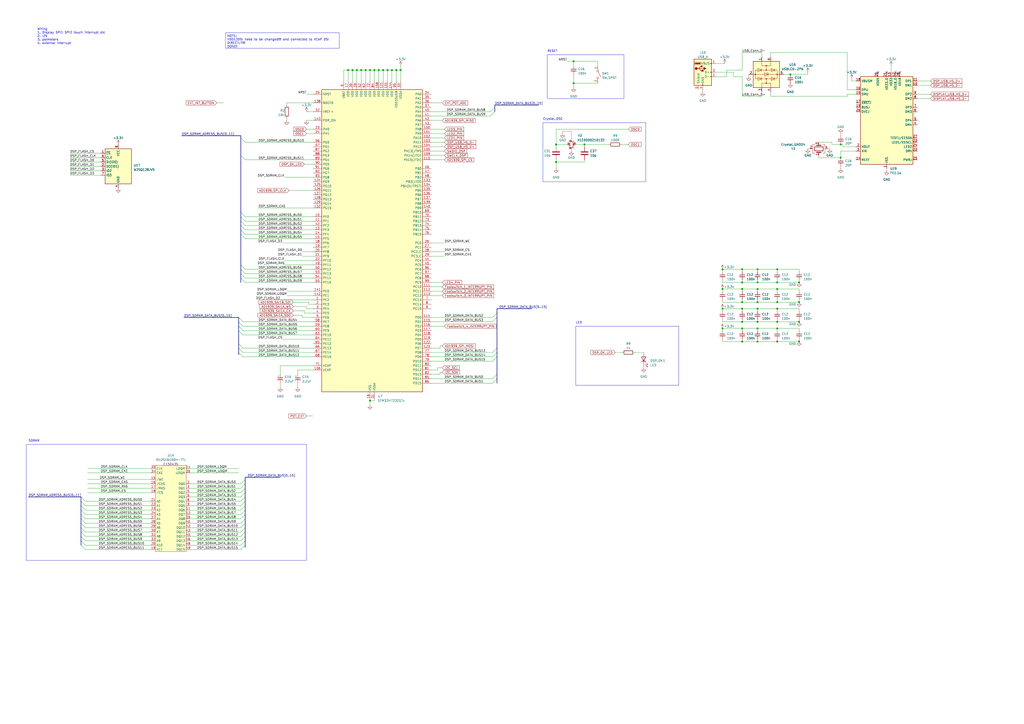
<source format=kicad_sch>
(kicad_sch (version 20230121) (generator eeschema)
  (paper "A2")
  (junction (at 322.58 93.98))
  (junction (at 450.85 156.21))
  (junction (at 463.55 163.83))
  (junction (at 430.53 198.12))
  (junction (at 463.55 186.69))
  (junction (at 209.55 40.64))
  (junction (at 450.85 186.69))
  (junction (at 450.85 179.07))
  (junction (at 439.42 198.12))
  (junction (at 487.68 83.82))
  (junction (at 419.1 190.5))
  (junction (at 430.53 163.83))
  (junction (at 439.42 167.64))
  (junction (at 430.53 186.69))
  (junction (at 439.42 186.69))
  (junction (at 214.63 40.64))
  (junction (at 219.71 40.64))
  (junction (at 217.17 40.64))
  (junction (at 207.01 40.64))
  (junction (at 450.85 198.12))
  (junction (at 450.85 175.26))
  (junction (at 463.55 175.26))
  (junction (at 222.25 40.64))
  (junction (at 214.63 232.41))
  (junction (at 229.87 40.64))
  (junction (at 430.53 175.26))
  (junction (at 439.42 156.21))
  (junction (at 450.85 163.83))
  (junction (at 450.85 190.5))
  (junction (at 212.09 40.64))
  (junction (at 439.42 190.5))
  (junction (at 204.47 40.64))
  (junction (at 430.53 190.5))
  (junction (at 458.47 43.18))
  (junction (at 419.1 179.07))
  (junction (at 439.42 179.07))
  (junction (at 430.53 167.64))
  (junction (at 439.42 175.26))
  (junction (at 439.42 163.83))
  (junction (at 450.85 167.64))
  (junction (at 232.41 40.64))
  (junction (at 201.93 40.64))
  (junction (at 430.53 179.07))
  (junction (at 322.58 83.82))
  (junction (at 339.09 83.82))
  (junction (at 463.55 198.12))
  (junction (at 224.79 40.64))
  (junction (at 332.74 35.56))
  (junction (at 332.74 48.26))
  (junction (at 487.68 91.44))
  (junction (at 419.1 156.21))
  (junction (at 419.1 167.64))
  (junction (at 227.33 40.64))
  (junction (at 430.53 156.21))
  (no_connect (at 509.27 41.91))
  (no_connect (at 519.43 41.91))
  (no_connect (at 521.97 41.91))
  (no_connect (at 514.35 41.91))
  (bus_entry (at 288.29 217.17) (size -2.54 2.54))
  (bus_entry (at 138.43 189.23) (size 2.54 2.54))
  (bus_entry (at 142.24 306.07) (size -2.54 2.54))
  (bus_entry (at 142.24 280.67) (size -2.54 2.54))
  (bus_entry (at 46.99 303.53) (size 2.54 2.54))
  (bus_entry (at 287.02 64.77) (size -2.54 2.54))
  (bus_entry (at 288.29 184.15) (size -2.54 2.54))
  (bus_entry (at 142.24 293.37) (size -2.54 2.54))
  (bus_entry (at 46.99 290.83) (size 2.54 2.54))
  (bus_entry (at 139.7 130.81) (size 2.54 2.54))
  (bus_entry (at 46.99 293.37) (size 2.54 2.54))
  (bus_entry (at 46.99 311.15) (size 2.54 2.54))
  (bus_entry (at 288.29 207.01) (size -2.54 2.54))
  (bus_entry (at 139.7 125.73) (size 2.54 2.54))
  (bus_entry (at 142.24 285.75) (size -2.54 2.54))
  (bus_entry (at 46.99 300.99) (size 2.54 2.54))
  (bus_entry (at 139.7 128.27) (size 2.54 2.54))
  (bus_entry (at 138.43 204.47) (size 2.54 2.54))
  (bus_entry (at 46.99 308.61) (size 2.54 2.54))
  (bus_entry (at 142.24 313.69) (size -2.54 2.54))
  (bus_entry (at 142.24 300.99) (size -2.54 2.54))
  (bus_entry (at 288.29 181.61) (size -2.54 2.54))
  (bus_entry (at 139.7 123.19) (size 2.54 2.54))
  (bus_entry (at 142.24 308.61) (size -2.54 2.54))
  (bus_entry (at 46.99 306.07) (size 2.54 2.54))
  (bus_entry (at 288.29 204.47) (size -2.54 2.54))
  (bus_entry (at 139.7 158.75) (size 2.54 2.54))
  (bus_entry (at 142.24 311.15) (size -2.54 2.54))
  (bus_entry (at 139.7 161.29) (size 2.54 2.54))
  (bus_entry (at 288.29 219.71) (size -2.54 2.54))
  (bus_entry (at 142.24 278.13) (size -2.54 2.54))
  (bus_entry (at 142.24 316.23) (size -2.54 2.54))
  (bus_entry (at 46.99 295.91) (size 2.54 2.54))
  (bus_entry (at 139.7 133.35) (size 2.54 2.54))
  (bus_entry (at 139.7 135.89) (size 2.54 2.54))
  (bus_entry (at 139.7 90.17) (size 2.54 2.54))
  (bus_entry (at 142.24 283.21) (size -2.54 2.54))
  (bus_entry (at 46.99 316.23) (size 2.54 2.54))
  (bus_entry (at 142.24 303.53) (size -2.54 2.54))
  (bus_entry (at 139.7 153.67) (size 2.54 2.54))
  (bus_entry (at 46.99 288.29) (size 2.54 2.54))
  (bus_entry (at 142.24 290.83) (size -2.54 2.54))
  (bus_entry (at 138.43 186.69) (size 2.54 2.54))
  (bus_entry (at 46.99 313.69) (size 2.54 2.54))
  (bus_entry (at 139.7 80.01) (size 2.54 2.54))
  (bus_entry (at 142.24 298.45) (size -2.54 2.54))
  (bus_entry (at 46.99 298.45) (size 2.54 2.54))
  (bus_entry (at 287.02 62.23) (size -2.54 2.54))
  (bus_entry (at 138.43 184.15) (size 2.54 2.54))
  (bus_entry (at 139.7 156.21) (size 2.54 2.54))
  (bus_entry (at 142.24 288.29) (size -2.54 2.54))
  (bus_entry (at 138.43 191.77) (size 2.54 2.54))
  (bus_entry (at 138.43 199.39) (size 2.54 2.54))
  (bus_entry (at 142.24 295.91) (size -2.54 2.54))
  (bus_entry (at 288.29 201.93) (size -2.54 2.54))
  (bus_entry (at 138.43 201.93) (size 2.54 2.54))
  (bus (pts (xy 142.24 298.45) (xy 142.24 295.91)))
  (wire (pts (xy 250.19 90.17) (xy 257.81 90.17)))
  (wire (pts (xy 177.8 177.8) (xy 177.8 179.07)))
  (wire (pts (xy 430.53 179.07) (xy 439.42 179.07)))
  (bus (pts (xy 139.7 130.81) (xy 139.7 133.35)))
  (wire (pts (xy 322.58 93.98) (xy 339.09 93.98)))
  (bus (pts (xy 142.24 278.13) (xy 142.24 276.86)))
  (wire (pts (xy 255.27 201.93) (xy 250.19 201.93)))
  (wire (pts (xy 177.8 54.61) (xy 181.61 54.61)))
  (bus (pts (xy 288.29 179.07) (xy 308.61 179.07)))
  (wire (pts (xy 175.26 184.15) (xy 181.61 184.15)))
  (wire (pts (xy 217.17 40.64) (xy 219.71 40.64)))
  (wire (pts (xy 222.25 40.64) (xy 222.25 46.99)))
  (wire (pts (xy 250.19 80.01) (xy 257.81 80.01)))
  (bus (pts (xy 288.29 219.71) (xy 288.29 222.25)))
  (bus (pts (xy 138.43 201.93) (xy 138.43 204.47)))
  (bus (pts (xy 46.99 293.37) (xy 46.99 295.91)))
  (wire (pts (xy 40.64 88.9) (xy 58.42 88.9)))
  (wire (pts (xy 179.07 175.26) (xy 179.07 176.53)))
  (bus (pts (xy 142.24 288.29) (xy 142.24 290.83)))
  (wire (pts (xy 430.53 44.45) (xy 430.53 55.88)))
  (wire (pts (xy 441.96 30.48) (xy 441.96 33.02)))
  (wire (pts (xy 250.19 77.47) (xy 257.81 77.47)))
  (wire (pts (xy 463.55 191.77) (xy 463.55 190.5)))
  (wire (pts (xy 110.49 290.83) (xy 139.7 290.83)))
  (wire (pts (xy 177.8 69.85) (xy 181.61 69.85)))
  (wire (pts (xy 177.8 179.07) (xy 181.61 179.07)))
  (wire (pts (xy 250.19 184.15) (xy 285.75 184.15)))
  (bus (pts (xy 142.24 285.75) (xy 142.24 283.21)))
  (bus (pts (xy 142.24 280.67) (xy 142.24 278.13)))
  (wire (pts (xy 165.1 151.13) (xy 181.61 151.13)))
  (bus (pts (xy 46.99 313.69) (xy 46.99 316.23)))
  (wire (pts (xy 142.24 156.21) (xy 181.61 156.21)))
  (wire (pts (xy 179.07 176.53) (xy 181.61 176.53)))
  (wire (pts (xy 166.37 68.58) (xy 166.37 69.85)))
  (bus (pts (xy 46.99 311.15) (xy 46.99 313.69)))
  (bus (pts (xy 138.43 186.69) (xy 138.43 189.23)))
  (bus (pts (xy 46.99 298.45) (xy 46.99 300.99)))
  (wire (pts (xy 219.71 40.64) (xy 219.71 46.99)))
  (wire (pts (xy 491.49 52.07) (xy 496.57 52.07)))
  (wire (pts (xy 450.85 185.42) (xy 450.85 186.69)))
  (wire (pts (xy 250.19 207.01) (xy 285.75 207.01)))
  (wire (pts (xy 450.85 191.77) (xy 450.85 190.5)))
  (bus (pts (xy 142.24 317.5) (xy 142.24 316.23)))
  (wire (pts (xy 199.39 40.64) (xy 201.93 40.64)))
  (wire (pts (xy 250.19 209.55) (xy 285.75 209.55)))
  (wire (pts (xy 142.24 135.89) (xy 181.61 135.89)))
  (wire (pts (xy 439.42 173.99) (xy 439.42 175.26)))
  (wire (pts (xy 463.55 179.07) (xy 450.85 179.07)))
  (bus (pts (xy 139.7 128.27) (xy 139.7 130.81)))
  (wire (pts (xy 430.53 185.42) (xy 430.53 186.69)))
  (wire (pts (xy 474.98 82.55) (xy 482.6 82.55)))
  (wire (pts (xy 487.68 87.63) (xy 496.57 87.63)))
  (bus (pts (xy 142.24 288.29) (xy 142.24 285.75)))
  (wire (pts (xy 450.85 163.83) (xy 463.55 163.83)))
  (wire (pts (xy 142.24 163.83) (xy 181.61 163.83)))
  (wire (pts (xy 175.26 182.88) (xy 175.26 184.15)))
  (bus (pts (xy 139.7 156.21) (xy 139.7 158.75)))
  (wire (pts (xy 539.75 46.99) (xy 532.13 46.99)))
  (bus (pts (xy 142.24 303.53) (xy 142.24 300.99)))
  (wire (pts (xy 166.37 59.69) (xy 181.61 59.69)))
  (wire (pts (xy 50.8 271.78) (xy 87.63 271.78)))
  (wire (pts (xy 458.47 43.18) (xy 454.66 43.18)))
  (bus (pts (xy 138.43 184.15) (xy 138.43 186.69)))
  (wire (pts (xy 322.58 74.93) (xy 322.58 83.82)))
  (wire (pts (xy 207.01 40.64) (xy 209.55 40.64)))
  (wire (pts (xy 430.53 156.21) (xy 439.42 156.21)))
  (bus (pts (xy 288.29 184.15) (xy 288.29 201.93)))
  (wire (pts (xy 40.64 93.98) (xy 58.42 93.98)))
  (bus (pts (xy 139.7 133.35) (xy 139.7 135.89)))
  (wire (pts (xy 439.42 163.83) (xy 450.85 163.83)))
  (wire (pts (xy 142.24 130.81) (xy 181.61 130.81)))
  (wire (pts (xy 487.68 77.47) (xy 487.68 78.74)))
  (wire (pts (xy 110.49 288.29) (xy 139.7 288.29)))
  (wire (pts (xy 49.53 316.23) (xy 87.63 316.23)))
  (wire (pts (xy 224.79 40.64) (xy 224.79 46.99)))
  (wire (pts (xy 250.19 204.47) (xy 285.75 204.47)))
  (wire (pts (xy 163.83 140.97) (xy 181.61 140.97)))
  (wire (pts (xy 447.04 55.88) (xy 447.04 53.34)))
  (wire (pts (xy 40.64 91.44) (xy 58.42 91.44)))
  (wire (pts (xy 165.1 153.67) (xy 181.61 153.67)))
  (bus (pts (xy 139.7 125.73) (xy 139.7 128.27)))
  (wire (pts (xy 463.55 157.48) (xy 463.55 156.21)))
  (wire (pts (xy 209.55 40.64) (xy 212.09 40.64)))
  (wire (pts (xy 49.53 313.69) (xy 87.63 313.69)))
  (wire (pts (xy 110.49 295.91) (xy 139.7 295.91)))
  (wire (pts (xy 229.87 40.64) (xy 232.41 40.64)))
  (wire (pts (xy 110.49 316.23) (xy 139.7 316.23)))
  (wire (pts (xy 326.39 76.2) (xy 331.47 76.2)))
  (wire (pts (xy 142.24 82.55) (xy 181.61 82.55)))
  (bus (pts (xy 142.24 303.53) (xy 142.24 306.07)))
  (wire (pts (xy 163.83 196.85) (xy 181.61 196.85)))
  (wire (pts (xy 419.1 168.91) (xy 419.1 167.64)))
  (wire (pts (xy 207.01 40.64) (xy 207.01 46.99)))
  (wire (pts (xy 488.95 85.09) (xy 488.95 83.82)))
  (wire (pts (xy 250.19 219.71) (xy 285.75 219.71)))
  (wire (pts (xy 463.55 185.42) (xy 463.55 186.69)))
  (wire (pts (xy 232.41 40.64) (xy 232.41 46.99)))
  (bus (pts (xy 139.7 78.74) (xy 105.41 78.74)))
  (wire (pts (xy 332.74 43.18) (xy 332.74 48.26)))
  (wire (pts (xy 176.53 95.25) (xy 181.61 95.25)))
  (wire (pts (xy 326.39 77.47) (xy 326.39 76.2)))
  (wire (pts (xy 430.53 175.26) (xy 439.42 175.26)))
  (bus (pts (xy 16.51 288.29) (xy 46.99 288.29)))
  (wire (pts (xy 49.53 298.45) (xy 87.63 298.45)))
  (wire (pts (xy 450.85 157.48) (xy 450.85 156.21)))
  (wire (pts (xy 373.38 212.09) (xy 373.38 213.36)))
  (wire (pts (xy 172.72 214.63) (xy 181.61 214.63)))
  (wire (pts (xy 439.42 168.91) (xy 439.42 167.64)))
  (wire (pts (xy 110.49 306.07) (xy 139.7 306.07)))
  (bus (pts (xy 139.7 123.19) (xy 139.7 125.73)))
  (wire (pts (xy 447.04 30.48) (xy 491.49 30.48)))
  (wire (pts (xy 50.8 283.21) (xy 87.63 283.21)))
  (wire (pts (xy 140.97 201.93) (xy 181.61 201.93)))
  (wire (pts (xy 430.53 198.12) (xy 439.42 198.12)))
  (wire (pts (xy 49.53 306.07) (xy 87.63 306.07)))
  (wire (pts (xy 110.49 285.75) (xy 139.7 285.75)))
  (wire (pts (xy 50.8 280.67) (xy 87.63 280.67)))
  (bus (pts (xy 46.99 306.07) (xy 46.99 308.61)))
  (wire (pts (xy 209.55 40.64) (xy 209.55 46.99)))
  (wire (pts (xy 162.56 217.17) (xy 162.56 212.09)))
  (wire (pts (xy 110.49 303.53) (xy 139.7 303.53)))
  (wire (pts (xy 256.54 213.36) (xy 254 213.36)))
  (bus (pts (xy 142.24 293.37) (xy 142.24 290.83)))
  (bus (pts (xy 287.02 60.96) (xy 312.42 60.96)))
  (bus (pts (xy 288.29 181.61) (xy 288.29 184.15)))
  (wire (pts (xy 430.53 30.48) (xy 441.96 30.48)))
  (wire (pts (xy 430.53 167.64) (xy 419.1 167.64)))
  (wire (pts (xy 439.42 198.12) (xy 450.85 198.12)))
  (wire (pts (xy 463.55 190.5) (xy 450.85 190.5)))
  (wire (pts (xy 441.96 55.88) (xy 441.96 53.34)))
  (wire (pts (xy 140.97 189.23) (xy 181.61 189.23)))
  (wire (pts (xy 204.47 40.64) (xy 207.01 40.64)))
  (wire (pts (xy 170.18 182.88) (xy 175.26 182.88)))
  (wire (pts (xy 257.81 146.05) (xy 250.19 146.05)))
  (wire (pts (xy 430.53 186.69) (xy 439.42 186.69)))
  (wire (pts (xy 332.74 35.56) (xy 332.74 38.1)))
  (wire (pts (xy 421.64 40.64) (xy 430.53 40.64)))
  (wire (pts (xy 162.56 222.25) (xy 162.56 224.79)))
  (wire (pts (xy 176.53 181.61) (xy 181.61 181.61)))
  (wire (pts (xy 250.19 85.09) (xy 257.81 85.09)))
  (wire (pts (xy 516.89 38.1) (xy 516.89 41.91)))
  (wire (pts (xy 430.53 179.07) (xy 419.1 179.07)))
  (wire (pts (xy 149.86 120.65) (xy 181.61 120.65)))
  (wire (pts (xy 430.53 190.5) (xy 419.1 190.5)))
  (wire (pts (xy 419.1 162.56) (xy 419.1 163.83)))
  (wire (pts (xy 177.8 64.77) (xy 181.61 64.77)))
  (wire (pts (xy 250.19 74.93) (xy 257.81 74.93)))
  (wire (pts (xy 110.49 283.21) (xy 139.7 283.21)))
  (wire (pts (xy 532.13 57.15) (xy 539.75 57.15)))
  (wire (pts (xy 177.8 74.93) (xy 181.61 74.93)))
  (bus (pts (xy 142.24 295.91) (xy 142.24 293.37)))
  (wire (pts (xy 439.42 162.56) (xy 439.42 163.83)))
  (wire (pts (xy 110.49 298.45) (xy 139.7 298.45)))
  (wire (pts (xy 250.19 186.69) (xy 285.75 186.69)))
  (wire (pts (xy 256.54 69.85) (xy 250.19 69.85)))
  (bus (pts (xy 142.24 313.69) (xy 142.24 311.15)))
  (wire (pts (xy 430.53 167.64) (xy 439.42 167.64)))
  (bus (pts (xy 139.7 90.17) (xy 139.7 123.19)))
  (wire (pts (xy 250.19 64.77) (xy 284.48 64.77)))
  (wire (pts (xy 463.55 180.34) (xy 463.55 179.07)))
  (wire (pts (xy 142.24 133.35) (xy 181.61 133.35)))
  (bus (pts (xy 139.7 80.01) (xy 139.7 90.17)))
  (bus (pts (xy 46.99 303.53) (xy 46.99 306.07)))
  (wire (pts (xy 250.19 168.91) (xy 256.54 168.91)))
  (wire (pts (xy 142.24 161.29) (xy 181.61 161.29)))
  (wire (pts (xy 177.8 241.3) (xy 181.61 241.3)))
  (wire (pts (xy 360.68 83.82) (xy 364.49 83.82)))
  (wire (pts (xy 212.09 40.64) (xy 212.09 46.99)))
  (wire (pts (xy 166.37 171.45) (xy 181.61 171.45)))
  (wire (pts (xy 425.45 41.91) (xy 425.45 44.45)))
  (wire (pts (xy 250.19 163.83) (xy 256.54 163.83)))
  (wire (pts (xy 430.53 162.56) (xy 430.53 163.83)))
  (wire (pts (xy 430.53 191.77) (xy 430.53 190.5)))
  (wire (pts (xy 49.53 290.83) (xy 87.63 290.83)))
  (wire (pts (xy 439.42 186.69) (xy 450.85 186.69)))
  (wire (pts (xy 204.47 40.64) (xy 204.47 46.99)))
  (wire (pts (xy 332.74 35.56) (xy 346.71 35.56)))
  (wire (pts (xy 430.53 196.85) (xy 430.53 198.12)))
  (wire (pts (xy 514.35 99.06) (xy 514.35 97.79)))
  (wire (pts (xy 175.26 146.05) (xy 181.61 146.05)))
  (wire (pts (xy 439.42 180.34) (xy 439.42 179.07)))
  (wire (pts (xy 439.42 175.26) (xy 450.85 175.26)))
  (wire (pts (xy 49.53 308.61) (xy 87.63 308.61)))
  (wire (pts (xy 175.26 148.59) (xy 181.61 148.59)))
  (wire (pts (xy 170.18 175.26) (xy 179.07 175.26)))
  (bus (pts (xy 142.24 308.61) (xy 142.24 306.07)))
  (wire (pts (xy 496.57 85.09) (xy 488.95 85.09)))
  (wire (pts (xy 482.6 83.82) (xy 487.68 83.82)))
  (wire (pts (xy 254 214.63) (xy 250.19 214.63)))
  (wire (pts (xy 415.29 44.45) (xy 421.64 44.45)))
  (wire (pts (xy 250.19 222.25) (xy 285.75 222.25)))
  (wire (pts (xy 487.68 83.82) (xy 488.95 83.82)))
  (wire (pts (xy 142.24 92.71) (xy 181.61 92.71)))
  (wire (pts (xy 491.49 55.88) (xy 491.49 54.61)))
  (wire (pts (xy 419.1 180.34) (xy 419.1 179.07)))
  (wire (pts (xy 450.85 167.64) (xy 439.42 167.64)))
  (wire (pts (xy 49.53 303.53) (xy 87.63 303.53)))
  (wire (pts (xy 166.37 60.96) (xy 166.37 59.69)))
  (wire (pts (xy 250.19 82.55) (xy 257.81 82.55)))
  (wire (pts (xy 322.58 74.93) (xy 364.49 74.93)))
  (bus (pts (xy 142.24 283.21) (xy 142.24 280.67)))
  (wire (pts (xy 419.1 198.12) (xy 430.53 198.12)))
  (wire (pts (xy 450.85 190.5) (xy 439.42 190.5)))
  (wire (pts (xy 232.41 38.1) (xy 232.41 40.64)))
  (bus (pts (xy 138.43 184.15) (xy 106.68 184.15)))
  (wire (pts (xy 172.72 222.25) (xy 172.72 224.79)))
  (wire (pts (xy 328.93 35.56) (xy 332.74 35.56)))
  (wire (pts (xy 162.56 212.09) (xy 181.61 212.09)))
  (bus (pts (xy 138.43 204.47) (xy 138.43 205.74)))
  (bus (pts (xy 139.7 80.01) (xy 139.7 78.74)))
  (wire (pts (xy 322.58 83.82) (xy 328.93 83.82)))
  (bus (pts (xy 142.24 300.99) (xy 142.24 298.45)))
  (wire (pts (xy 140.97 204.47) (xy 181.61 204.47)))
  (wire (pts (xy 250.19 189.23) (xy 257.81 189.23)))
  (wire (pts (xy 110.49 274.32) (xy 138.43 274.32)))
  (wire (pts (xy 439.42 196.85) (xy 439.42 198.12)))
  (wire (pts (xy 430.53 30.48) (xy 430.53 40.64)))
  (wire (pts (xy 463.55 168.91) (xy 463.55 167.64)))
  (bus (pts (xy 139.7 161.29) (xy 139.7 163.83)))
  (wire (pts (xy 140.97 207.01) (xy 181.61 207.01)))
  (wire (pts (xy 177.8 77.47) (xy 181.61 77.47)))
  (wire (pts (xy 172.72 214.63) (xy 172.72 217.17)))
  (wire (pts (xy 450.85 179.07) (xy 439.42 179.07)))
  (wire (pts (xy 50.8 274.32) (xy 87.63 274.32)))
  (bus (pts (xy 139.7 153.67) (xy 139.7 156.21)))
  (wire (pts (xy 447.04 30.48) (xy 447.04 33.02)))
  (bus (pts (xy 142.24 311.15) (xy 142.24 308.61)))
  (wire (pts (xy 439.42 185.42) (xy 439.42 186.69)))
  (wire (pts (xy 40.64 101.6) (xy 58.42 101.6)))
  (wire (pts (xy 491.49 30.48) (xy 491.49 52.07)))
  (wire (pts (xy 176.53 180.34) (xy 176.53 181.61)))
  (wire (pts (xy 463.55 156.21) (xy 450.85 156.21)))
  (bus (pts (xy 46.99 295.91) (xy 46.99 298.45)))
  (wire (pts (xy 491.49 54.61) (xy 496.57 54.61)))
  (wire (pts (xy 166.37 168.91) (xy 181.61 168.91)))
  (wire (pts (xy 339.09 92.71) (xy 339.09 93.98)))
  (bus (pts (xy 288.29 201.93) (xy 288.29 204.47)))
  (wire (pts (xy 419.1 191.77) (xy 419.1 190.5)))
  (wire (pts (xy 214.63 232.41) (xy 217.17 232.41)))
  (bus (pts (xy 46.99 300.99) (xy 46.99 303.53)))
  (bus (pts (xy 288.29 207.01) (xy 288.29 217.17)))
  (wire (pts (xy 419.1 175.26) (xy 430.53 175.26)))
  (wire (pts (xy 450.85 196.85) (xy 450.85 198.12)))
  (wire (pts (xy 49.53 295.91) (xy 87.63 295.91)))
  (wire (pts (xy 539.75 49.53) (xy 532.13 49.53)))
  (wire (pts (xy 40.64 96.52) (xy 58.42 96.52)))
  (wire (pts (xy 494.03 45.72) (xy 494.03 46.99)))
  (wire (pts (xy 229.87 46.99) (xy 229.87 40.64)))
  (wire (pts (xy 110.49 271.78) (xy 138.43 271.78)))
  (wire (pts (xy 463.55 173.99) (xy 463.55 175.26)))
  (wire (pts (xy 419.1 196.85) (xy 419.1 198.12)))
  (wire (pts (xy 419.1 157.48) (xy 419.1 156.21)))
  (wire (pts (xy 419.1 173.99) (xy 419.1 175.26)))
  (wire (pts (xy 201.93 40.64) (xy 201.93 46.99)))
  (bus (pts (xy 139.7 158.75) (xy 139.7 161.29)))
  (bus (pts (xy 288.29 217.17) (xy 288.29 219.71)))
  (wire (pts (xy 450.85 180.34) (xy 450.85 179.07)))
  (wire (pts (xy 170.18 177.8) (xy 177.8 177.8)))
  (bus (pts (xy 142.24 276.86) (xy 162.56 276.86)))
  (wire (pts (xy 487.68 87.63) (xy 487.68 91.44)))
  (bus (pts (xy 287.02 62.23) (xy 287.02 60.96)))
  (wire (pts (xy 125.73 59.69) (xy 129.54 59.69)))
  (wire (pts (xy 110.49 311.15) (xy 139.7 311.15)))
  (wire (pts (xy 450.85 173.99) (xy 450.85 175.26)))
  (wire (pts (xy 430.53 180.34) (xy 430.53 179.07)))
  (wire (pts (xy 450.85 186.69) (xy 463.55 186.69)))
  (wire (pts (xy 339.09 85.09) (xy 339.09 83.82)))
  (wire (pts (xy 331.47 76.2) (xy 331.47 81.28)))
  (wire (pts (xy 110.49 318.77) (xy 139.7 318.77)))
  (wire (pts (xy 256.54 215.9) (xy 255.27 215.9)))
  (wire (pts (xy 214.63 234.95) (xy 214.63 232.41)))
  (wire (pts (xy 434.34 44.45) (xy 434.34 43.18)))
  (wire (pts (xy 250.19 166.37) (xy 256.54 166.37)))
  (wire (pts (xy 110.49 300.99) (xy 139.7 300.99)))
  (wire (pts (xy 219.71 40.64) (xy 222.25 40.64)))
  (wire (pts (xy 140.97 194.31) (xy 181.61 194.31)))
  (wire (pts (xy 250.19 87.63) (xy 257.81 87.63)))
  (wire (pts (xy 419.1 185.42) (xy 419.1 186.69)))
  (wire (pts (xy 110.49 280.67) (xy 139.7 280.67)))
  (wire (pts (xy 468.63 41.91) (xy 468.63 43.18)))
  (wire (pts (xy 110.49 308.61) (xy 139.7 308.61)))
  (wire (pts (xy 450.85 162.56) (xy 450.85 163.83)))
  (wire (pts (xy 110.49 293.37) (xy 139.7 293.37)))
  (wire (pts (xy 421.64 44.45) (xy 421.64 40.64)))
  (wire (pts (xy 254 213.36) (xy 254 214.63)))
  (bus (pts (xy 46.99 308.61) (xy 46.99 311.15)))
  (wire (pts (xy 468.63 86.36) (xy 469.9 86.36)))
  (bus (pts (xy 139.7 135.89) (xy 139.7 153.67)))
  (wire (pts (xy 214.63 40.64) (xy 217.17 40.64)))
  (wire (pts (xy 110.49 313.69) (xy 139.7 313.69)))
  (wire (pts (xy 255.27 215.9) (xy 255.27 217.17)))
  (wire (pts (xy 217.17 40.64) (xy 217.17 46.99)))
  (bus (pts (xy 142.24 316.23) (xy 142.24 313.69)))
  (wire (pts (xy 334.01 83.82) (xy 339.09 83.82)))
  (wire (pts (xy 494.03 46.99) (xy 496.57 46.99)))
  (wire (pts (xy 474.98 91.44) (xy 487.68 91.44)))
  (wire (pts (xy 463.55 196.85) (xy 463.55 198.12)))
  (wire (pts (xy 450.85 175.26) (xy 463.55 175.26)))
  (wire (pts (xy 162.56 173.99) (xy 181.61 173.99)))
  (wire (pts (xy 532.13 54.61) (xy 539.75 54.61)))
  (wire (pts (xy 407.67 53.34) (xy 407.67 52.07)))
  (wire (pts (xy 331.47 86.36) (xy 331.47 87.63)))
  (wire (pts (xy 142.24 138.43) (xy 181.61 138.43)))
  (wire (pts (xy 430.53 157.48) (xy 430.53 156.21)))
  (wire (pts (xy 322.58 83.82) (xy 322.58 85.09)))
  (wire (pts (xy 49.53 318.77) (xy 87.63 318.77)))
  (wire (pts (xy 50.8 278.13) (xy 87.63 278.13)))
  (bus (pts (xy 138.43 189.23) (xy 138.43 191.77)))
  (bus (pts (xy 138.43 191.77) (xy 138.43 199.39)))
  (wire (pts (xy 332.74 48.26) (xy 332.74 50.8)))
  (wire (pts (xy 430.53 168.91) (xy 430.53 167.64)))
  (wire (pts (xy 322.58 92.71) (xy 322.58 93.98)))
  (wire (pts (xy 356.87 204.47) (xy 360.68 204.47)))
  (bus (pts (xy 288.29 204.47) (xy 288.29 207.01)))
  (wire (pts (xy 167.64 110.49) (xy 181.61 110.49)))
  (wire (pts (xy 165.1 102.87) (xy 181.61 102.87)))
  (wire (pts (xy 425.45 44.45) (xy 430.53 44.45)))
  (bus (pts (xy 46.99 288.29) (xy 46.99 290.83)))
  (wire (pts (xy 142.24 128.27) (xy 181.61 128.27)))
  (wire (pts (xy 419.1 186.69) (xy 430.53 186.69)))
  (bus (pts (xy 138.43 199.39) (xy 138.43 201.93)))
  (wire (pts (xy 199.39 40.64) (xy 199.39 46.99)))
  (wire (pts (xy 255.27 200.66) (xy 255.27 201.93)))
  (wire (pts (xy 463.55 167.64) (xy 450.85 167.64)))
  (wire (pts (xy 419.1 163.83) (xy 430.53 163.83)))
  (bus (pts (xy 288.29 179.07) (xy 288.29 181.61)))
  (wire (pts (xy 339.09 83.82) (xy 353.06 83.82)))
  (wire (pts (xy 212.09 40.64) (xy 214.63 40.64)))
  (wire (pts (xy 346.71 38.1) (xy 346.71 35.56)))
  (wire (pts (xy 439.42 191.77) (xy 439.42 190.5)))
  (wire (pts (xy 468.63 43.18) (xy 458.47 43.18)))
  (wire (pts (xy 430.53 156.21) (xy 419.1 156.21)))
  (wire (pts (xy 450.85 168.91) (xy 450.85 167.64)))
  (wire (pts (xy 447.04 55.88) (xy 491.49 55.88)))
  (wire (pts (xy 430.53 163.83) (xy 439.42 163.83)))
  (wire (pts (xy 49.53 293.37) (xy 87.63 293.37)))
  (wire (pts (xy 222.25 40.64) (xy 224.79 40.64)))
  (wire (pts (xy 481.33 86.36) (xy 480.06 86.36)))
  (wire (pts (xy 257.81 140.97) (xy 250.19 140.97)))
  (wire (pts (xy 40.64 99.06) (xy 58.42 99.06)))
  (wire (pts (xy 140.97 186.69) (xy 181.61 186.69)))
  (wire (pts (xy 415.29 41.91) (xy 425.45 41.91)))
  (wire (pts (xy 250.19 67.31) (xy 284.48 67.31)))
  (wire (pts (xy 474.98 90.17) (xy 474.98 91.44)))
  (wire (pts (xy 430.53 55.88) (xy 441.96 55.88)))
  (wire (pts (xy 250.19 171.45) (xy 256.54 171.45)))
  (wire (pts (xy 430.53 190.5) (xy 439.42 190.5)))
  (wire (pts (xy 201.93 40.64) (xy 204.47 40.64)))
  (wire (pts (xy 227.33 40.64) (xy 229.87 40.64)))
  (wire (pts (xy 322.58 93.98) (xy 322.58 97.79)))
  (bus (pts (xy 287.02 64.77) (xy 287.02 62.23)))
  (wire (pts (xy 170.18 180.34) (xy 176.53 180.34)))
  (bus (pts (xy 46.99 290.83) (xy 46.99 293.37)))
  (wire (pts (xy 439.42 157.48) (xy 439.42 156.21)))
  (wire (pts (xy 450.85 198.12) (xy 463.55 198.12)))
  (wire (pts (xy 224.79 40.64) (xy 227.33 40.64)))
  (wire (pts (xy 450.85 156.21) (xy 439.42 156.21)))
  (wire (pts (xy 227.33 40.64) (xy 227.33 46.99)))
  (wire (pts (xy 142.24 125.73) (xy 181.61 125.73)))
  (wire (pts (xy 332.74 48.26) (xy 346.71 48.26)))
  (wire (pts (xy 49.53 311.15) (xy 87.63 311.15)))
  (wire (pts (xy 368.3 204.47) (xy 373.38 204.47)))
  (wire (pts (xy 463.55 162.56) (xy 463.55 163.83)))
  (wire (pts (xy 255.27 217.17) (xy 250.19 217.17)))
  (wire (pts (xy 257.81 148.59) (xy 250.19 148.59)))
  (wire (pts (xy 49.53 300.99) (xy 87.63 300.99)))
  (wire (pts (xy 256.54 200.66) (xy 255.27 200.66)))
  (wire (pts (xy 487.68 97.79) (xy 487.68 96.52)))
  (wire (pts (xy 482.6 82.55) (xy 482.6 83.82)))
  (wire (pts (xy 140.97 191.77) (xy 181.61 191.77)))
  (wire (pts (xy 50.8 285.75) (xy 87.63 285.75)))
  (wire (pts (xy 214.63 40.64) (xy 214.63 46.99)))
  (wire (pts (xy 430.53 173.99) (xy 430.53 175.26)))
  (wire (pts (xy 420.37 36.83) (xy 415.29 36.83)))
  (wire (pts (xy 257.81 92.71) (xy 250.19 92.71)))
  (wire (pts (xy 142.24 158.75) (xy 181.61 158.75)))
  (wire (pts (xy 256.54 59.69) (xy 250.19 59.69)))
  (rectangle (start 317.5 31.75) (end 361.95 57.15))
  (rectangle (start 15.24 257.81) (end 177.8 325.12))
  (rectangle (start 334.01 189.23) (end 393.7 223.52))
  (rectangle (start 314.96 71.12) (end 374.65 105.41))
  (text_box "NOTE:\nVDD12DSI need to be changed!!! and connected to VCAP DSI DIRECTLY!!!\nDONE!\n" (at 130.81 19.05 0) (size 66.04 8.89) (effects (font (size 1.27 1.27)) (justify left top)))
  (text "RESET\n" (at 317.5 30.48 0) (effects (font (size 1.27 1.27)) (justify left bottom)))
  (text "SDRAM" (at 16.51 256.54 0) (effects (font (size 1.27 1.27)) (justify left bottom)))
  (text "Crystal_OSC" (at 314.96 69.85 0) (effects (font (size 1.27 1.27)) (justify left bottom)))
  (text "Wiring\n1. Display SPI1 SPI2 touch interrupt etc\n2. I2S\n3. potmeters\n4. external interrupt\n\n" (at 21.59 27.94 0) (effects (font (size 1.27 1.27)) (justify left bottom)))
  (text "LED" (at 334.01 187.96 0) (effects (font (size 1.27 1.27)) (justify left bottom)))
  (label "DSP_SDRAM_ADRESS_BUS1" (at 149.86 128.27 0))
  (label "DSP_SDRAM_DATA_BUS14" (at 257.81 207.01 0))
  (label "DSP_SDRAM_DATA_BUS15" (at 114.3 318.77 0))
  (label "DSP_SDRAM_ADRESS_BUS11" (at 149.86 92.71 0))
  (label "DSP_SDRAM_ADRESS_BUS10" (at 149.86 82.55 0))
  (label "DSP_SDRAM_DATA_BUS6" (at 149.86 191.77 0))
  (label "DSP_SDRAM_ADRESS_BUS10" (at 57.15 316.23 0))
  (label "DSP_FLASH_D2" (at 40.64 99.06 0))
  (label "DSP_SDRAM_ADRESS_BUS3" (at 149.86 133.35 0))
  (label "NRST" (at 177.8 54.61 180))
  (label "DSP_SDRAM_CKE" (at 58.42 274.32 0))
  (label "DSP_FLASH_D2" (at 162.56 173.99 180))
  (label "DSP_SDRAM_DATA_BUS13" (at 257.81 204.47 0))
  (label "USB_Conn_D+" (at 430.53 55.88 0))
  (label "DSP_SDRAM_ADRESS_BUS4" (at 149.86 135.89 0))
  (label "DSP_SDRAM_DATA_BUS13" (at 114.3 313.69 0))
  (label "DSP_SDRAM_DATA_BUS9" (at 259.08 67.31 0))
  (label "DSP_SDRAM_DATA_BUS4" (at 149.86 186.69 0))
  (label "DSP_SDRAM_DATA_BUS14" (at 114.3 316.23 0))
  (label "DSP_SDRAM_CKE" (at 257.81 148.59 0))
  (label "DSP_SDRAM_LDQM" (at 166.37 168.91 180))
  (label "DSP_SDRAM_ADRESS_BUS6" (at 57.15 306.07 0))
  (label "DSP_SDRAM_ADRESS_BUS2" (at 57.15 295.91 0))
  (label "DSP_SDRAM_ADRESS_BUS8" (at 149.86 161.29 0))
  (label "DSP_SDRAM_DATA_BUS1" (at 114.3 283.21 0))
  (label "DSP_SDRAM_DATA_BUS3" (at 257.81 186.69 0))
  (label "DSP_SDRAM_DATA_BUS9" (at 114.3 303.53 0))
  (label "DSP_FLASH_D3" (at 163.83 140.97 180))
  (label "DSP_SDRAM_DATA_BUS4" (at 114.3 290.83 0))
  (label "DSP_SDRAM_WE" (at 57.8098 278.13 0))
  (label "DSP_SDRAM_ADRESS_BUS7" (at 57.15 308.61 0))
  (label "DSP_SDRAM_DATA_BUS5" (at 114.3 293.37 0))
  (label "DSP_SDRAM_ADRESS_BUS11" (at 57.15 318.77 0))
  (label "DSP_SDRAM_ADRESS_BUS4" (at 57.15 300.99 0))
  (label "DSP_SDRAM_CLK" (at 58.42 271.78 0))
  (label "DSP_SDRAM_ADRESS_BUS9" (at 57.15 313.69 0))
  (label "DSP_SDRAM_DATA_BUS2" (at 114.3 285.75 0))
  (label "DSP_SDRAM_DATA_BUS7" (at 114.3 298.45 0))
  (label "DSP_SDRAM_WE" (at 257.81 140.97 0))
  (label "DSP_SDRAM_LDQM" (at 114.3 271.78 0))
  (label "DSP_SDRAM_ADRESS_BUS9" (at 149.86 163.83 0))
  (label "DSP_SDRAM_DATA_BUS[0..15]" (at 106.68 184.15 0))
  (label "DSP_FLASH_CS" (at 163.83 196.85 180))
  (label "DSP_SDRAM_CAS" (at 58.42 280.67 0))
  (label "DSP_SDRAM_CS" (at 257.81 146.05 0))
  (label "DSP_SDRAM_DATA_BUS1" (at 257.81 222.25 0))
  (label "DSP_SDRAM_DATA_BUS6" (at 114.3 295.91 0))
  (label "DSP_FLASH_CLK" (at 165.1 151.13 180))
  (label "DSP_SDRAM_DATA_BUS3" (at 114.3 288.29 0))
  (label "DSP_SDRAM_CS" (at 58.42 285.75 0))
  (label "DSP_SDRAM_CAS" (at 149.86 120.65 0))
  (label "DSP_FLASH_D0" (at 175.26 146.05 180))
  (label "DSP_SDRAM_DATA_BUS15" (at 257.81 209.55 0))
  (label "DSP_SDRAM_UDQM" (at 166.37 171.45 180))
  (label "DSP_SDRAM_ADRESS_BUS[0..11]" (at 105.41 78.74 0))
  (label "DSP_SDRAM_DATA_BUS7" (at 149.86 194.31 0))
  (label "DSP_SDRAM_ADRESS_BUS7" (at 149.86 158.75 0))
  (label "DSP_SDRAM_DATA_BUS8" (at 259.08 64.77 0))
  (label "DSP_FLASH_CS" (at 40.64 88.9 0))
  (label "DSP_FLASH_D1" (at 40.64 96.52 0))
  (label "DSP_SDRAM_ADRESS_BUS3" (at 57.15 298.45 0))
  (label "DSP_SDRAM_RAS" (at 165.1 153.67 180))
  (label "USB_Conn_D-" (at 430.53 30.48 0))
  (label "DSP_SDRAM_ADRESS_BUS0" (at 57.15 290.83 0))
  (label "DSP_SDRAM_DATA_BUS10" (at 114.3 306.07 0))
  (label "NRST" (at 328.93 35.56 180))
  (label "DSP_SDRAM_ADRESS_BUS0" (at 149.86 125.73 0))
  (label "DSP_SDRAM_DATA_BUS2" (at 257.81 184.15 0))
  (label "DSP_SDRAM_DATA_BUS8" (at 114.3 300.99 0))
  (label "DSP_SDRAM_ADRESS_BUS6" (at 149.86 156.21 0))
  (label "DSP_SDRAM_ADRESS_BUS[0..11]" (at 16.51 288.29 0))
  (label "DSP_SDRAM_DATA_BUS12" (at 149.86 207.01 0))
  (label "DSP_FLASH_D0" (at 40.64 93.98 0))
  (label "DSP_SDRAM_DATA_BUS0" (at 257.81 219.71 0))
  (label "DSP_SDRAM_ADRESS_BUS5" (at 149.86 138.43 0))
  (label "DSP_SDRAM_RAS" (at 58.42 283.21 0))
  (label "DSP_SDRAM_DATA_BUS10" (at 149.86 201.93 0))
  (label "DSP_SDRAM_DATA_BUS[0..15]" (at 287.02 60.96 0))
  (label "DSP_SDRAM_ADRESS_BUS1" (at 57.15 293.37 0))
  (label "DSP_FLASH_CLK" (at 40.64 91.44 0))
  (label "DSP_SDRAM_DATA_BUS0" (at 114.3 280.67 0))
  (label "DSP_SDRAM_DATA_BUS[0..15]" (at 289.56 179.07 0))
  (label "DSP_SDRAM_ADRESS_BUS2" (at 149.86 130.81 0))
  (label "DSP_SDRAM_CLK" (at 165.1 102.87 180))
  (label "DSP_SDRAM_DATA_BUS11" (at 114.3 308.61 0))
  (label "DSP_FLASH_D3" (at 40.6574 101.6 0))
  (label "DSP_SDRAM_DATA_BUS12" (at 114.3 311.15 0))
  (label "DSP_FLASH_D1" (at 175.26 148.59 180))
  (label "DSP_SDRAM_ADRESS_BUS8" (at 57.15 311.15 0))
  (label "DSP_SDRAM_DATA_BUS5" (at 149.86 189.23 0))
  (label "DSP_SDRAM_ADRESS_BUS5" (at 57.15 303.53 0))
  (label "DSP_SDRAM_UDQM" (at 114.3 274.32 0))
  (label "DSP_SDRAM_DATA_BUS[0..15]" (at 143.51 276.86 0))
  (label "DSP_SDRAM_DATA_BUS11" (at 149.86 204.47 0))
  (global_label "LED4_PIN" (shape input) (at 256.54 163.83 0) (property "Intersheetrefs" "${INTERSHEET_REFS}" (effects hide)))
  (global_label "Footswitch_1_INTERRUPT_PIN" (shape input) (at 256.54 166.37 0) (property "Intersheetrefs" "${INTERSHEET_REFS}" (effects hide)))
  (global_label "OSC0" (shape input) (at 364.49 74.93 0) (property "Intersheetrefs" "${INTERSHEET_REFS}" (effects hide)))
  (global_label "AD1939_SAI1A_WS" (shape input) (at 170.18 177.8 180) (property "Intersheetrefs" "${INTERSHEET_REFS}" (effects hide)))
  (global_label "DSP_USB_HS_D+" (shape input) (at 257.81 85.09 0) (property "Intersheetrefs" "${INTERSHEET_REFS}" (effects hide)))
  (global_label "OSC1" (shape input) (at 177.8 77.47 180) (property "Intersheetrefs" "${INTERSHEET_REFS}" (effects hide)))
  (global_label "I2C_SDA" (shape input) (at 256.54 215.9 0) (property "Intersheetrefs" "${INTERSHEET_REFS}" (effects hide)))
  (global_label "DSP_OK_LED" (shape input) (at 356.87 204.47 180) (property "Intersheetrefs" "${INTERSHEET_REFS}" (effects hide)))
  (global_label "SWDIO_DSP" (shape input) (at 257.81 87.63 0) (property "Intersheetrefs" "${INTERSHEET_REFS}" (effects hide)))
  (global_label "LED3_PIN" (shape input) (at 257.81 74.93 0) (property "Intersheetrefs" "${INTERSHEET_REFS}" (effects hide)))
  (global_label "DSP_OK_LED" (shape input) (at 176.53 95.25 180) (property "Intersheetrefs" "${INTERSHEET_REFS}" (effects hide)))
  (global_label "AD1939_SAI1B_SDI" (shape input) (at 170.18 175.26 180) (property "Intersheetrefs" "${INTERSHEET_REFS}" (effects hide)))
  (global_label "DISPLAY_USB_HS_D+" (shape input) (at 539.75 54.61 0) (property "Intersheetrefs" "${INTERSHEET_REFS}" (effects hide)))
  (global_label "Footswitch_3_INTERRUPT_PIN" (shape input) (at 256.54 171.45 0) (property "Intersheetrefs" "${INTERSHEET_REFS}" (effects hide)))
  (global_label "I2C_SCL" (shape input) (at 256.54 213.36 0) (property "Intersheetrefs" "${INTERSHEET_REFS}" (effects hide)))
  (global_label "LED2_PIN" (shape input) (at 257.81 77.47 0) (property "Intersheetrefs" "${INTERSHEET_REFS}" (effects hide)))
  (global_label "AD1939_SPI_CLK" (shape input) (at 167.64 110.49 180) (property "Intersheetrefs" "${INTERSHEET_REFS}" (effects hide)))
  (global_label "EXT_POT_ADC" (shape input) (at 256.54 59.69 0) (property "Intersheetrefs" "${INTERSHEET_REFS}" (effects hide)))
  (global_label "DISPLAY_USB_HS_D-" (shape input) (at 539.75 57.15 0) (property "Intersheetrefs" "${INTERSHEET_REFS}" (effects hide)))
  (global_label "LED1_PIN" (shape input) (at 257.81 80.01 0) (property "Intersheetrefs" "${INTERSHEET_REFS}" (effects hide)))
  (global_label "Footswitch_4_INTERRUPT_PIN" (shape input) (at 257.81 189.23 0) (property "Intersheetrefs" "${INTERSHEET_REFS}" (effects hide)))
  (global_label "AD1939_SAI1A_CK" (shape input) (at 170.18 180.34 180) (property "Intersheetrefs" "${INTERSHEET_REFS}" (effects hide)))
  (global_label "DSP_USB_HS_D-" (shape input) (at 257.81 82.55 0) (property "Intersheetrefs" "${INTERSHEET_REFS}" (effects hide)))
  (global_label "Footswitch_2_INTERRUPT_PIN" (shape input) (at 256.54 168.91 0) (property "Intersheetrefs" "${INTERSHEET_REFS}" (effects hide)))
  (global_label "EXT_INT_BUTTON" (shape input) (at 125.73 59.69 180) (property "Intersheetrefs" "${INTERSHEET_REFS}" (effects hide)))
  (global_label "AD1939_SPI_MISO" (shape input) (at 256.54 69.85 0) (property "Intersheetrefs" "${INTERSHEET_REFS}" (effects hide)))
  (global_label "POT_EXT" (shape input) (at 177.8 241.3 180) (property "Intersheetrefs" "${INTERSHEET_REFS}" (effects hide)))
  (global_label "DSP_USB_HS_D+" (shape input) (at 539.75 46.99 0) (property "Intersheetrefs" "${INTERSHEET_REFS}" (effects hide)))
  (global_label "AD1939_SPI_CS" (shape input) (at 257.81 92.71 0) (property "Intersheetrefs" "${INTERSHEET_REFS}" (effects hide)))
  (global_label "AD1939_SPI_MOSI" (shape input) (at 256.54 200.66 0) (property "Intersheetrefs" "${INTERSHEET_REFS}" (effects hide)))
  (global_label "AD1939_SAI1A_SDO" (shape input) (at 170.18 182.88 180) (property "Intersheetrefs" "${INTERSHEET_REFS}" (effects hide)))
  (global_label "SWCLK_DSP" (shape input) (at 257.81 90.17 0) (property "Intersheetrefs" "${INTERSHEET_REFS}" (effects hide)))
  (global_label "OSC0" (shape input) (at 177.8 74.93 180) (property "Intersheetrefs" "${INTERSHEET_REFS}" (effects hide)))
  (global_label "DSP_USB_HS_D-" (shape input) (at 539.75 49.53 0) (property "Intersheetrefs" "${INTERSHEET_REFS}" (effects hide)))
  (global_label "OSC1" (shape input) (at 364.49 83.82 0) (property "Intersheetrefs" "${INTERSHEET_REFS}" (effects hide)))
  (symbol (lib_id "Device:C_Small") (at 463.55 182.88 0) (unit 1)
    (property "Reference" "C12" (at 466.09 182.2513 0) (effects (justify left)))
    (property "Value" "100n" (at 466.09 184.7913 0) (effects (justify left)))
    (property "Footprint" "Capacitor_SMD:C_0603_1608Metric" (effects hide))
    (instances (project "stm_audio_board_V3" (path "" (reference "C12") (unit 1)) (path "" (reference "C183") (unit 1)) (path "" (reference "C197") (unit 1))))
  )
  (symbol (lib_id "power:+3.3V") (at 68.58 83.82 0) (unit 1)
    (property "Reference" "#PWR081" (effects hide))
    (property "Value" "+3.3V" (at 68.58 80.01 0))
    (instances (project "stm_audio_board_V3" (path "" (reference "#PWR081") (unit 1)) (path "" (reference "#PWR053") (unit 1))))
  )
  (symbol (lib_id "Device:Crystal_GND24") (at 474.98 86.36 90) (unit 1)
    (property "Reference" "Y3" (at 460.1211 86.36 90))
    (property "Value" "Crystal_GND24" (at 460.1211 83.82 90))
    (property "Footprint" "Crystal:Crystal_SMD_3225-4Pin_3.2x2.5mm" (effects hide))
  )
  (symbol (lib_id "Device:C") (at 322.58 88.9 180) (unit 1)
    (property "Reference" "C31" (at 317.5 87.63 0))
    (property "Value" "10p" (at 317.5 90.17 0))
    (property "Footprint" "Capacitor_SMD:C_0603_1608Metric" (effects hide))
  )
  (symbol (lib_id "Device:C_Small") (at 439.42 160.02 0) (unit 1)
    (property "Reference" "C12" (at 441.96 159.3913 0) (effects (justify left)))
    (property "Value" "100n" (at 441.96 161.9313 0) (effects (justify left)))
    (property "Footprint" "Capacitor_SMD:C_0603_1608Metric" (effects hide))
    (instances (project "stm_audio_board_V3" (path "" (reference "C12") (unit 1)) (path "" (reference "C181") (unit 1)) (path "" (reference "C56") (unit 1))))
  )
  (symbol (lib_id "Device:C_Small") (at 419.1 160.02 0) (unit 1)
    (property "Reference" "C12" (at 421.64 159.3913 0) (effects (justify left)))
    (property "Value" "100n" (at 421.64 161.9313 0) (effects (justify left)))
    (property "Footprint" "Capacitor_SMD:C_0603_1608Metric" (effects hide))
    (instances (project "stm_audio_board_V3" (path "" (reference "C12") (unit 1)) (path "" (reference "C35") (unit 1)) (path "" (reference "C54") (unit 1))))
  )
  (symbol (lib_id "power:+3.3V") (at 177.8 64.77 0) (unit 1)
    (property "Reference" "#PWR081" (effects hide))
    (property "Value" "+3.3V" (at 177.8 60.96 0))
    (instances (project "stm_audio_board_V3" (path "" (reference "#PWR081") (unit 1)) (path "" (reference "#PWR035") (unit 1))))
  )
  (symbol (lib_id "power:+3.3V") (at 419.1 190.5 0) (unit 1)
    (property "Reference" "#PWR081" (effects hide))
    (property "Value" "+3.3V" (at 422.91 189.23 0))
    (instances (project "stm_audio_board_V3" (path "" (reference "#PWR081") (unit 1)) (path "" (reference "#PWR0213") (unit 1))))
  )
  (symbol (lib_id "Device:C_Small") (at 463.55 171.45 0) (unit 1)
    (property "Reference" "C12" (at 466.09 170.8213 0) (effects (justify left)))
    (property "Value" "100n" (at 466.09 173.3613 0) (effects (justify left)))
    (property "Footprint" "Capacitor_SMD:C_0603_1608Metric" (effects hide))
    (instances (project "stm_audio_board_V3" (path "" (reference "C12") (unit 1)) (path "" (reference "C183") (unit 1)) (path "" (reference "C192") (unit 1))))
  )
  (symbol (lib_id "Device:C_Small") (at 487.68 81.28 0) (unit 1)
    (property "Reference" "C16" (at 490.22 80.6513 0) (effects (justify left)))
    (property "Value" "20P" (at 490.22 83.1913 0) (effects (justify left)))
    (property "Footprint" "Capacitor_SMD:C_0402_1005Metric" (effects hide))
    (property "Datasheet" "https://jlcpcb.com/partdetail/1906-0402CG200J500NT/C1554" (effects hide))
    (property "JLCPCB" "C1554" (effects hide))
    (instances (project "stm_audio_board_V3" (path "" (reference "C16") (unit 1)) (path "" (reference "C203") (unit 1))))
  )
  (symbol (lib_id "power:GND") (at 458.47 48.26 0) (unit 1)
    (property "Reference" "#PWR09" (effects hide))
    (property "Value" "GND" (at 458.47 53.34 0))
    (instances (project "stm_audio_board_V3" (path "" (reference "#PWR09") (unit 1)) (path "" (reference "#PWR0192") (unit 1))))
  )
  (symbol (lib_id "power:GND") (at 463.55 163.83 0) (unit 1)
    (property "Reference" "#PWR09" (effects hide))
    (property "Value" "GND" (at 459.74 165.1 0))
    (instances (project "stm_audio_board_V3" (path "" (reference "#PWR09") (unit 1)) (path "" (reference "#PWR0214") (unit 1))))
  )
  (symbol (lib_id "power:GND") (at 481.33 86.36 0) (unit 1)
    (property "Reference" "#PWR09" (effects hide))
    (property "Value" "GND" (at 481.33 90.17 0))
    (instances (project "stm_audio_board_V3" (path "" (reference "#PWR09") (unit 1)) (path "" (reference "#PWR0223") (unit 1))))
  )
  (symbol (lib_id "Connector:USB_A") (at 407.67 41.91 0) (unit 1)
    (property "Reference" "J10" (at 407.67 30.48 0))
    (property "Value" "USB_A" (at 407.67 33.02 0))
    (property "Footprint" "Connector_USB:USB_A_CONNFLY_DS1095-WNR0" (effects hide))
    (property "Datasheet" " ~" (effects hide))
  )
  (symbol (lib_id "power:+3.3V") (at 468.63 41.91 0) (unit 1)
    (property "Reference" "#PWR081" (effects hide))
    (property "Value" "+3.3V" (at 468.63 38.1 0))
    (instances (project "stm_audio_board_V3" (path "" (reference "#PWR081") (unit 1)) (path "" (reference "#PWR0191") (unit 1))))
  )
  (symbol (lib_id "Device:C_Small") (at 419.1 171.45 0) (unit 1)
    (property "Reference" "C12" (at 421.64 170.8213 0) (effects (justify left)))
    (property "Value" "100n" (at 421.64 173.3613 0) (effects (justify left)))
    (property "Footprint" "Capacitor_SMD:C_0603_1608Metric" (effects hide))
    (instances (project "stm_audio_board_V3" (path "" (reference "C12") (unit 1)) (path "" (reference "C35") (unit 1)) (path "" (reference "C61") (unit 1))))
  )
  (symbol (lib_id "Device:C_Small") (at 450.85 194.31 0) (unit 1)
    (property "Reference" "C12" (at 453.39 193.6813 0) (effects (justify left)))
    (property "Value" "100n" (at 453.39 196.2213 0) (effects (justify left)))
    (property "Footprint" "Capacitor_SMD:C_0603_1608Metric" (effects hide))
    (instances (project "stm_audio_board_V3" (path "" (reference "C12") (unit 1)) (path "" (reference "C182") (unit 1)) (path "" (reference "C201") (unit 1))))
  )
  (symbol (lib_id "power:+3.3V") (at 232.41 38.1 0) (unit 1)
    (property "Reference" "#PWR081" (effects hide))
    (property "Value" "+3.3V" (at 232.41 34.29 0))
    (instances (project "stm_audio_board_V3" (path "" (reference "#PWR081") (unit 1)) (path "" (reference "#PWR03") (unit 1))))
  )
  (symbol (lib_id "power:GND") (at 487.68 97.79 0) (unit 1)
    (property "Reference" "#PWR09" (effects hide))
    (property "Value" "GND" (at 487.68 102.87 0))
    (instances (project "stm_audio_board_V3" (path "" (reference "#PWR09") (unit 1)) (path "" (reference "#PWR0221") (unit 1))))
  )
  (symbol (lib_id "power:GND") (at 514.35 99.06 0) (unit 1)
    (property "Reference" "#PWR09" (effects hide))
    (property "Value" "GND" (at 514.35 104.14 0))
    (instances (project "stm_audio_board_V3" (path "" (reference "#PWR09") (unit 1)) (path "" (reference "#PWR0219") (unit 1))))
  )
  (symbol (lib_id "power:GND") (at 322.58 97.79 0) (unit 1)
    (property "Reference" "#PWR019" (effects hide))
    (property "Value" "GND" (at 322.58 102.87 0))
    (instances (project "stm_audio_board_V3" (path "" (reference "#PWR019") (unit 1)) (path "" (reference "#PWR07") (unit 1))))
  )
  (symbol (lib_id "Device:C_Small") (at 419.1 182.88 0) (unit 1)
    (property "Reference" "C12" (at 421.64 182.2513 0) (effects (justify left)))
    (property "Value" "100n" (at 421.64 184.7913 0) (effects (justify left)))
    (property "Footprint" "Capacitor_SMD:C_0603_1608Metric" (effects hide))
    (instances (project "stm_audio_board_V3" (path "" (reference "C12") (unit 1)) (path "" (reference "C35") (unit 1)) (path "" (reference "C193") (unit 1))))
  )
  (symbol (lib_id "power:GND") (at 214.63 234.95 0) (unit 1)
    (property "Reference" "#PWR010" (effects hide))
    (property "Value" "GND" (effects hide))
    (instances (project "stm_audio_board_V3" (path "" (reference "#PWR010") (unit 1)) (path "" (reference "#PWR039") (unit 1))))
  )
  (symbol (lib_id "Device:C_Small") (at 430.53 160.02 0) (unit 1)
    (property "Reference" "C12" (at 433.07 159.3913 0) (effects (justify left)))
    (property "Value" "100n" (at 433.07 161.9313 0) (effects (justify left)))
    (property "Footprint" "Capacitor_SMD:C_0603_1608Metric" (effects hide))
    (instances (project "stm_audio_board_V3" (path "" (reference "C12") (unit 1)) (path "" (reference "C36") (unit 1)) (path "" (reference "C55") (unit 1))))
  )
  (symbol (lib_id "Interface_USB:FE1.1s") (at 514.35 69.85 0) (unit 1)
    (property "Reference" "U19" (at 516.3059 97.79 0) (effects (justify left)))
    (property "Value" "FE1.1s" (at 516.3059 100.33 0) (effects (justify left)))
    (property "Footprint" "Package_SO:SSOP-28_3.9x9.9mm_P0.635mm" (effects hide))
    (property "Datasheet" "https://cdn-shop.adafruit.com/product-files/2991/FE1.1s+Data+Sheet+(Rev.+1.0).pdf" (effects hide))
  )
  (symbol (lib_id "power:GND") (at 468.63 86.36 0) (unit 1)
    (property "Reference" "#PWR09" (effects hide))
    (property "Value" "GND" (at 468.63 90.17 0))
    (instances (project "stm_audio_board_V3" (path "" (reference "#PWR09") (unit 1)) (path "" (reference "#PWR0224") (unit 1))))
  )
  (symbol (lib_id "power:GND") (at 373.38 213.36 0) (unit 1)
    (property "Reference" "#PWR019" (effects hide))
    (property "Value" "GND" (at 373.38 218.44 0))
    (instances (project "stm_audio_board_V3" (path "" (reference "#PWR019") (unit 1)) (path "" (reference "#PWR089") (unit 1))))
  )
  (symbol (lib_id "Device:C_Small") (at 450.85 160.02 0) (unit 1)
    (property "Reference" "C12" (at 453.39 159.3913 0) (effects (justify left)))
    (property "Value" "100n" (at 453.39 161.9313 0) (effects (justify left)))
    (property "Footprint" "Capacitor_SMD:C_0603_1608Metric" (effects hide))
    (instances (project "stm_audio_board_V3" (path "" (reference "C12") (unit 1)) (path "" (reference "C182") (unit 1)) (path "" (reference "C57") (unit 1))))
  )
  (symbol (lib_id "Device:LED") (at 373.38 208.28 90) (unit 1)
    (property "Reference" "DSP_OK1" (at 377.19 209.2325 90) (effects (justify right)))
    (property "Value" "LED" (at 377.19 211.7725 90) (effects (justify right)))
    (property "Footprint" "LED_SMD:LED_0603_1608Metric_Pad1.05x0.95mm_HandSolder" (effects hide))
    (property "Datasheet" "https://jlcpcb.com/partdetail/Hubei_KentoElec-KT0805G/C2297" (effects hide))
    (property "JLCPCB" "C2297" (effects hide))
    (instances (project "stm_audio_board_V3" (path "" (reference "DSP_OK1") (unit 1)) (path "" (reference "D2") (unit 1))))
  )
  (symbol (lib_id "Device:Crystal_GND24_Small") (at 331.47 83.82 0) (unit 1)
    (property "Reference" "Y2" (at 336.4483 78.74 0))
    (property "Value" "X1E0000210132" (at 342.7983 81.28 0))
    (property "Footprint" "Crystal:Crystal_SMD_SeikoEpson_TSX3225-4Pin_3.2x2.5mm_HandSoldering" (effects hide))
  )
  (symbol (lib_id "Device:C_Polarized_Small_US") (at 162.56 219.71 0) (unit 1)
    (property "Reference" "C15" (at 165.1 218.6432 0) (effects (justify left)))
    (property "Value" "2.2uF" (at 165.1 221.1832 0) (effects (justify left)))
    (property "Footprint" "Capacitor_SMD:C_0805_2012Metric_Pad1.18x1.45mm_HandSolder" (effects hide))
    (instances (project "stm_audio_board_V3" (path "" (reference "C15") (unit 1)) (path "" (reference "C1") (unit 1))))
  )
  (symbol (lib_id "Device:C_Small") (at 458.47 45.72 0) (unit 1)
    (property "Reference" "C16" (at 461.01 45.0913 0) (effects (justify left)))
    (property "Value" "100n" (at 461.01 47.6313 0) (effects (justify left)))
    (property "Footprint" "Capacitor_SMD:C_0603_1608Metric" (effects hide))
    (instances (project "stm_audio_board_V3" (path "" (reference "C16") (unit 1)) (path "" (reference "C63") (unit 1))))
  )
  (symbol (lib_id "Device:C_Small") (at 332.74 40.64 0) (unit 1)
    (property "Reference" "C16" (at 335.28 40.0113 0) (effects (justify left)))
    (property "Value" "100n" (at 335.28 42.5513 0) (effects (justify left)))
    (property "Footprint" "Capacitor_SMD:C_0603_1608Metric" (effects hide))
  )
  (symbol (lib_id "Device:C_Small") (at 439.42 171.45 0) (unit 1)
    (property "Reference" "C12" (at 441.96 170.8213 0) (effects (justify left)))
    (property "Value" "100n" (at 441.96 173.3613 0) (effects (justify left)))
    (property "Footprint" "Capacitor_SMD:C_0603_1608Metric" (effects hide))
    (instances (project "stm_audio_board_V3" (path "" (reference "C12") (unit 1)) (path "" (reference "C181") (unit 1)) (path "" (reference "C190") (unit 1))))
  )
  (symbol (lib_id "power:GND") (at 463.55 175.26 0) (unit 1)
    (property "Reference" "#PWR09" (effects hide))
    (property "Value" "GND" (at 459.74 176.53 0))
    (instances (project "stm_audio_board_V3" (path "" (reference "#PWR09") (unit 1)) (path "" (reference "#PWR0215") (unit 1))))
  )
  (symbol (lib_id "power:GND") (at 487.68 77.47 180) (unit 1)
    (property "Reference" "#PWR09" (effects hide))
    (property "Value" "GND" (at 487.68 73.66 0))
    (instances (project "stm_audio_board_V3" (path "" (reference "#PWR09") (unit 1)) (path "" (reference "#PWR0222") (unit 1))))
  )
  (symbol (lib_id "Device:R") (at 364.49 204.47 270) (unit 1)
    (property "Reference" "R9" (at 364.49 199.39 90))
    (property "Value" "1k" (at 364.49 201.93 90))
    (property "Footprint" "Resistor_SMD:R_0603_1608Metric_Pad0.98x0.95mm_HandSolder" (effects hide))
    (instances (project "stm_audio_board_V3" (path "" (reference "R9") (unit 1)) (path "" (reference "R9") (unit 1)) (path "" (reference "R25") (unit 1))))
  )
  (symbol (lib_id "power:+3.3V") (at 420.37 36.83 0) (unit 1)
    (property "Reference" "#PWR081" (effects hide))
    (property "Value" "+3.3V" (at 420.37 33.02 0))
    (instances (project "stm_audio_board_V3" (path "" (reference "#PWR081") (unit 1)) (path "" (reference "#PWR0189") (unit 1))))
  )
  (symbol (lib_id "power:GND") (at 463.55 186.69 0) (unit 1)
    (property "Reference" "#PWR09" (effects hide))
    (property "Value" "GND" (at 459.74 187.96 0))
    (instances (project "stm_audio_board_V3" (path "" (reference "#PWR09") (unit 1)) (path "" (reference "#PWR0216") (unit 1))))
  )
  (symbol (lib_id "power:+3.3V") (at 516.89 38.1 0) (unit 1)
    (property "Reference" "#PWR081" (effects hide))
    (property "Value" "+3.3V" (at 516.89 34.29 0))
    (instances (project "stm_audio_board_V3" (path "" (reference "#PWR081") (unit 1)) (path "" (reference "#PWR0220") (unit 1))))
  )
  (symbol (lib_id "Device:C_Small") (at 463.55 160.02 0) (unit 1)
    (property "Reference" "C12" (at 466.09 159.3913 0) (effects (justify left)))
    (property "Value" "100n" (at 466.09 161.9313 0) (effects (justify left)))
    (property "Footprint" "Capacitor_SMD:C_0603_1608Metric" (effects hide))
    (instances (project "stm_audio_board_V3" (path "" (reference "C12") (unit 1)) (path "" (reference "C183") (unit 1)) (path "" (reference "C59") (unit 1))))
  )
  (symbol (lib_id "Memory_Flash:W25Q128JVS") (at 68.58 96.52 0) (unit 1)
    (property "Reference" "U17" (at 77.47 95.885 0) (effects (justify left)))
    (property "Value" "W25Q128JVS" (at 77.47 98.425 0) (effects (justify left)))
    (property "Footprint" "Package_SO:SOIC-8_5.23x5.23mm_P1.27mm" (effects hide))
    (property "Datasheet" "http://www.winbond.com/resource-files/w25q128jv_dtr%20revc%2003272018%20plus.pdf" (effects hide))
  )
  (symbol (lib_id "power:GND") (at 331.47 87.63 0) (unit 1)
    (property "Reference" "#PWR036" (effects hide))
    (property "Value" "GND" (at 331.47 91.44 0))
    (instances (project "stm_audio_board_V3" (path "" (reference "#PWR036") (unit 1)) (path "" (reference "#PWR026") (unit 1))))
  )
  (symbol (lib_id "power:GND") (at 434.34 44.45 0) (unit 1)
    (property "Reference" "#PWR09" (effects hide))
    (property "Value" "GND" (at 434.34 49.53 0))
    (instances (project "stm_audio_board_V3" (path "" (reference "#PWR09") (unit 1)) (path "" (reference "#PWR0190") (unit 1))))
  )
  (symbol (lib_id "Device:C_Small") (at 487.68 93.98 0) (unit 1)
    (property "Reference" "C16" (at 490.22 93.3513 0) (effects (justify left)))
    (property "Value" "20P" (at 490.22 95.8913 0) (effects (justify left)))
    (property "Footprint" "Capacitor_SMD:C_0402_1005Metric" (effects hide))
    (property "Datasheet" "https://jlcpcb.com/partdetail/1906-0402CG200J500NT/C1554" (effects hide))
    (property "JLCPCB" "C1554" (effects hide))
    (instances (project "stm_audio_board_V3" (path "" (reference "C16") (unit 1)) (path "" (reference "C204") (unit 1))))
  )
  (symbol (lib_id "Device:C_Small") (at 450.85 171.45 0) (unit 1)
    (property "Reference" "C12" (at 453.39 170.8213 0) (effects (justify left)))
    (property "Value" "100n" (at 453.39 173.3613 0) (effects (justify left)))
    (property "Footprint" "Capacitor_SMD:C_0603_1608Metric" (effects hide))
    (instances (project "stm_audio_board_V3" (path "" (reference "C12") (unit 1)) (path "" (reference "C182") (unit 1)) (path "" (reference "C191") (unit 1))))
  )
  (symbol (lib_id "Device:C_Small") (at 430.53 194.31 0) (unit 1)
    (property "Reference" "C12" (at 433.07 193.6813 0) (effects (justify left)))
    (property "Value" "100n" (at 433.07 196.2213 0) (effects (justify left)))
    (property "Footprint" "Capacitor_SMD:C_0603_1608Metric" (effects hide))
    (instances (project "stm_audio_board_V3" (path "" (reference "C12") (unit 1)) (path "" (reference "C36") (unit 1)) (path "" (reference "C199") (unit 1))))
  )
  (symbol (lib_id "power:GND") (at 177.8 69.85 0) (unit 1)
    (property "Reference" "#PWR010" (effects hide))
    (property "Value" "GND" (effects hide))
    (instances (project "stm_audio_board_V3" (path "" (reference "#PWR010") (unit 1)) (path "" (reference "#PWR017") (unit 1))))
  )
  (symbol (lib_id "power:GND") (at 172.72 224.79 0) (unit 1)
    (property "Reference" "#PWR08" (effects hide))
    (property "Value" "GND" (at 172.72 229.87 0))
    (instances (project "stm_audio_board_V3" (path "" (reference "#PWR08") (unit 1)) (path "" (reference "#PWR042") (unit 1))))
  )
  (symbol (lib_id "power:GND") (at 166.37 69.85 0) (unit 1)
    (property "Reference" "#PWR010" (effects hide))
    (property "Value" "GND" (effects hide))
    (instances (project "stm_audio_board_V3" (path "" (reference "#PWR010") (unit 1)) (path "" (reference "#PWR022") (unit 1))))
  )
  (symbol (lib_id "power:+3.3V") (at 494.03 45.72 0) (unit 1)
    (property "Reference" "#PWR081" (effects hide))
    (property "Value" "+3.3V" (at 494.03 41.91 0))
    (instances (project "stm_audio_board_V3" (path "" (reference "#PWR081") (unit 1)) (path "" (reference "#PWR0218") (unit 1))))
  )
  (symbol (lib_id "Device:C_Small") (at 430.53 171.45 0) (unit 1)
    (property "Reference" "C12" (at 433.07 170.8213 0) (effects (justify left)))
    (property "Value" "100n" (at 433.07 173.3613 0) (effects (justify left)))
    (property "Footprint" "Capacitor_SMD:C_0603_1608Metric" (effects hide))
    (instances (project "stm_audio_board_V3" (path "" (reference "C12") (unit 1)) (path "" (reference "C36") (unit 1)) (path "" (reference "C62") (unit 1))))
  )
  (symbol (lib_id "Device:C") (at 339.09 88.9 180) (unit 1)
    (property "Reference" "C37" (at 344.17 87.63 0))
    (property "Value" "10p" (at 344.17 90.17 0))
    (property "Footprint" "Capacitor_SMD:C_0603_1608Metric" (effects hide))
  )
  (symbol (lib_id "power:GND") (at 407.67 53.34 0) (unit 1)
    (property "Reference" "#PWR09" (effects hide))
    (property "Value" "GND" (at 407.67 58.42 0))
    (instances (project "stm_audio_board_V3" (path "" (reference "#PWR09") (unit 1)) (path "" (reference "#PWR043") (unit 1))))
  )
  (symbol (lib_id "Switch:SW_SPST") (at 346.71 43.18 270) (unit 1)
    (property "Reference" "SW1" (at 349.25 42.545 90) (effects (justify left)))
    (property "Value" "SW_SPST" (at 349.25 45.085 90) (effects (justify left)))
    (property "Footprint" "Button_Switch_SMD:SW_SPST_TL3305A" (effects hide))
  )
  (symbol (lib_id "power:GND") (at 463.55 198.12 0) (unit 1)
    (property "Reference" "#PWR09" (effects hide))
    (property "Value" "GND" (at 459.74 199.39 0))
    (instances (project "stm_audio_board_V3" (path "" (reference "#PWR09") (unit 1)) (path "" (reference "#PWR0217") (unit 1))))
  )
  (symbol (lib_id "Device:C_Small") (at 419.1 194.31 0) (unit 1)
    (property "Reference" "C12" (at 421.64 193.6813 0) (effects (justify left)))
    (property "Value" "100n" (at 421.64 196.2213 0) (effects (justify left)))
    (property "Footprint" "Capacitor_SMD:C_0603_1608Metric" (effects hide))
    (instances (project "stm_audio_board_V3" (path "" (reference "C12") (unit 1)) (path "" (reference "C35") (unit 1)) (path "" (reference "C198") (unit 1))))
  )
  (symbol (lib_id "Device:C_Small") (at 439.42 182.88 0) (unit 1)
    (property "Reference" "C12" (at 441.96 182.2513 0) (effects (justify left)))
    (property "Value" "100n" (at 441.96 184.7913 0) (effects (justify left)))
    (property "Footprint" "Capacitor_SMD:C_0603_1608Metric" (effects hide))
    (instances (project "stm_audio_board_V3" (path "" (reference "C12") (unit 1)) (path "" (reference "C181") (unit 1)) (path "" (reference "C195") (unit 1))))
  )
  (symbol (lib_id "power:+3.3V") (at 419.1 167.64 0) (unit 1)
    (property "Reference" "#PWR081" (effects hide))
    (property "Value" "+3.3V" (at 422.91 166.37 0))
    (instances (project "stm_audio_board_V3" (path "" (reference "#PWR081") (unit 1)) (path "" (reference "#PWR0211") (unit 1))))
  )
  (symbol (lib_id "Power_Protection:USBLC6-2P6") (at 444.5 43.18 270) (unit 1)
    (property "Reference" "U16" (at 459.74 37.4903 90))
    (property "Value" "USBLC6-2P6" (at 459.74 40.0303 90))
    (property "Footprint" "Package_TO_SOT_SMD:SOT-666" (effects hide))
    (property "Datasheet" "https://www.st.com/resource/en/datasheet/usblc6-2.pdf" (effects hide))
    (property "JLCPCB" "C15999" (effects hide))
  )
  (symbol (lib_id "stm_audio:IS42S16100H-7TL") (at 99.06 266.7 0) (unit 1)
    (property "Reference" "U1" (at 99.06 264.16 0))
    (property "Value" "IS42S16100H-7TL" (at 99.06 266.7 0))
    (property "Footprint" "Library:TSOP-2-50-new" (effects hide))
    (property "Datasheet" "https://jlcpcb.com/partdetail/161773-IS42S16100H7TL/C150435" (effects hide))
    (property "JLCPCB" "C150435" (at 99.06 269.24 0))
  )
  (symbol (lib_id "MCU_ST_STM32H7:STM32H723ZGTx") (at 214.63 140.97 0) (unit 1)
    (property "Reference" "U7" (at 219.1259 229.87 0) (effects (justify left)))
    (property "Value" "STM32H723ZGTx" (at 219.1259 232.41 0) (effects (justify left)))
    (property "Footprint" "Package_QFP:LQFP-144_20x20mm_P0.5mm" (effects hide))
    (property "Datasheet" "https://www.st.com/resource/en/datasheet/stm32h723zg.pdf" (effects hide))
    (property "JLCPCB" "C730146" (effects hide))
  )
  (symbol (lib_id "Device:C_Small") (at 463.55 194.31 0) (unit 1)
    (property "Reference" "C12" (at 466.09 193.6813 0) (effects (justify left)))
    (property "Value" "100n" (at 466.09 196.2213 0) (effects (justify left)))
    (property "Footprint" "Capacitor_SMD:C_0603_1608Metric" (effects hide))
    (instances (project "stm_audio_board_V3" (path "" (reference "C12") (unit 1)) (path "" (reference "C183") (unit 1)) (path "" (reference "C202") (unit 1))))
  )
  (symbol (lib_id "Device:C_Small") (at 430.53 182.88 0) (unit 1)
    (property "Reference" "C12" (at 433.07 182.2513 0) (effects (justify left)))
    (property "Value" "100n" (at 433.07 184.7913 0) (effects (justify left)))
    (property "Footprint" "Capacitor_SMD:C_0603_1608Metric" (effects hide))
    (instances (project "stm_audio_board_V3" (path "" (reference "C12") (unit 1)) (path "" (reference "C36") (unit 1)) (path "" (reference "C194") (unit 1))))
  )
  (symbol (lib_id "Device:C_Small") (at 450.85 182.88 0) (unit 1)
    (property "Reference" "C12" (at 453.39 182.2513 0) (effects (justify left)))
    (property "Value" "100n" (at 453.39 184.7913 0) (effects (justify left)))
    (property "Footprint" "Capacitor_SMD:C_0603_1608Metric" (effects hide))
    (instances (project "stm_audio_board_V3" (path "" (reference "C12") (unit 1)) (path "" (reference "C182") (unit 1)) (path "" (reference "C196") (unit 1))))
  )
  (symbol (lib_id "Device:R") (at 356.87 83.82 270) (unit 1)
    (property "Reference" "R9" (at 356.87 78.74 90))
    (property "Value" "100R" (at 356.87 81.28 90))
    (property "Footprint" "Resistor_SMD:R_0603_1608Metric" (effects hide))
    (instances (project "stm_audio_board_V3" (path "" (reference "R9") (unit 1)) (path "" (reference "R9") (unit 1)) (path "" (reference "R2") (unit 1))))
  )
  (symbol (lib_id "power:GND") (at 68.58 109.22 0) (unit 1)
    (property "Reference" "#PWR010" (effects hide))
    (property "Value" "GND" (effects hide))
    (instances (project "stm_audio_board_V3" (path "" (reference "#PWR010") (unit 1)) (path "" (reference "#PWR048") (unit 1))))
  )
  (symbol (lib_id "power:+3.3V") (at 419.1 179.07 0) (unit 1)
    (property "Reference" "#PWR081" (effects hide))
    (property "Value" "+3.3V" (at 422.91 177.8 0))
    (instances (project "stm_audio_board_V3" (path "" (reference "#PWR081") (unit 1)) (path "" (reference "#PWR0212") (unit 1))))
  )
  (symbol (lib_id "Device:R") (at 166.37 64.77 0) (unit 1)
    (property "Reference" "R2" (at 162.56 64.135 0) (effects (justify left)))
    (property "Value" "10k" (at 161.29 66.675 0) (effects (justify left)))
    (property "Footprint" "Resistor_SMD:R_0603_1608Metric" (effects hide))
    (instances (project "stm_audio_board_V3" (path "" (reference "R2") (unit 1)) (path "" (reference "R1") (unit 1))))
  )
  (symbol (lib_id "Device:C_Small") (at 439.42 194.31 0) (unit 1)
    (property "Reference" "C12" (at 441.96 193.6813 0) (effects (justify left)))
    (property "Value" "100n" (at 441.96 196.2213 0) (effects (justify left)))
    (property "Footprint" "Capacitor_SMD:C_0603_1608Metric" (effects hide))
    (instances (project "stm_audio_board_V3" (path "" (reference "C12") (unit 1)) (path "" (reference "C181") (unit 1)) (path "" (reference "C200") (unit 1))))
  )
  (symbol (lib_id "power:GND") (at 326.39 77.47 0) (unit 1)
    (property "Reference" "#PWR055" (effects hide))
    (property "Value" "GND" (at 326.39 81.28 0))
    (instances (project "stm_audio_board_V3" (path "" (reference "#PWR055") (unit 1)) (path "" (reference "#PWR010") (unit 1))))
  )
  (symbol (lib_id "Device:C_Polarized_Small_US") (at 172.72 219.71 0) (unit 1)
    (property "Reference" "C15" (at 175.26 218.6432 0) (effects (justify left)))
    (property "Value" "2.2uF" (at 175.26 221.1832 0) (effects (justify left)))
    (property "Footprint" "Capacitor_SMD:C_0805_2012Metric_Pad1.18x1.45mm_HandSolder" (effects hide))
    (instances (project "stm_audio_board_V3" (path "" (reference "C15") (unit 1)) (path "" (reference "C49") (unit 1))))
  )
  (symbol (lib_id "power:+3.3V") (at 419.1 156.21 0) (unit 1)
    (property "Reference" "#PWR081" (effects hide))
    (property "Value" "+3.3V" (at 422.91 154.94 0))
    (instances (project "stm_audio_board_V3" (path "" (reference "#PWR081") (unit 1)) (path "" (reference "#PWR0210") (unit 1))))
  )
  (symbol (lib_id "power:GND") (at 332.74 50.8 0) (unit 1)
    (property "Reference" "#PWR09" (effects hide))
    (property "Value" "GND" (at 332.74 55.88 0))
  )
  (symbol (lib_id "power:GND") (at 162.56 224.79 0) (unit 1)
    (property "Reference" "#PWR08" (effects hide))
    (property "Value" "GND" (at 162.56 229.87 0))
    (instances (project "stm_audio_board_V3" (path "" (reference "#PWR08") (unit 1)) (path "" (reference "#PWR083") (unit 1))))
  )
)
</source>
